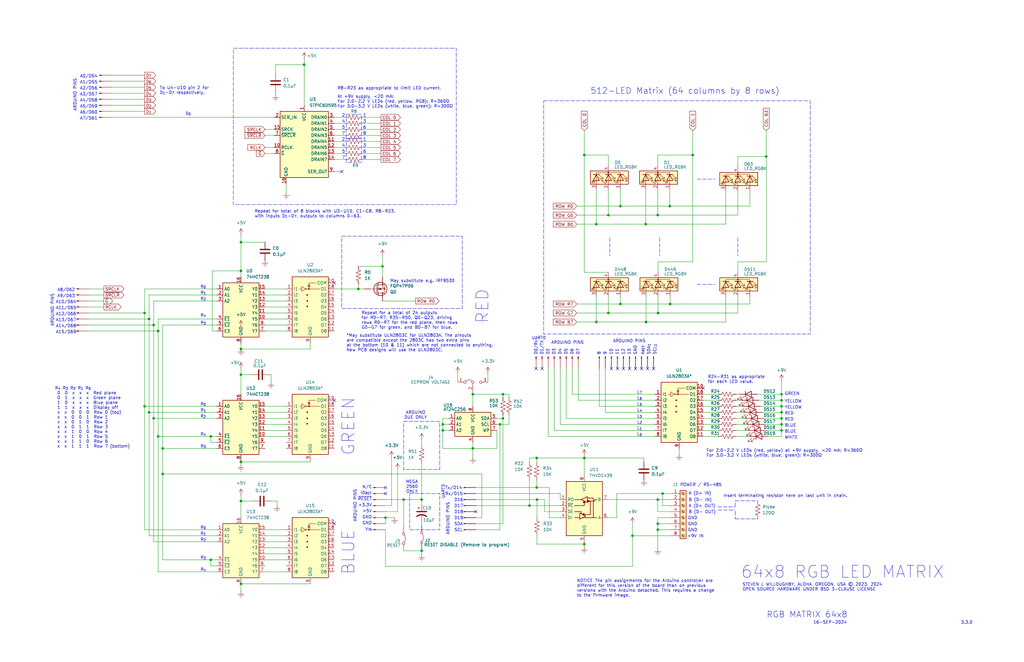
<source format=kicad_sch>
(kicad_sch (version 20231120) (generator "eeschema") (generator_version "8.0")
  (paper "USLedger")
  (junction (at 60.96 171.45))
  (junction (at 223.266 213.36))
  (junction (at 128.27 27.305))
  (junction (at 210.82 179.07))
  (junction (at 292.1 65.405))
  (junction (at 186.69 179.07))
  (junction (at 101.6 158.115))
  (junction (at 66.675 139.7))
  (junction (at 88.9 236.22))
  (junction (at 199.39 189.23))
  (junction (at 272.288 94.615))
  (junction (at 277.368 220.98))
  (junction (at 329.565 168.91))
  (junction (at 256.54 90.805))
  (junction (at 282.575 128.27))
  (junction (at 151.13 121.92))
  (junction (at 212.09 166.37))
  (junction (at 101.6 147.32))
  (junction (at 266.7 226.06))
  (junction (at 277.495 132.08))
  (junction (at 66.675 184.15))
  (junction (at 199.39 166.37))
  (junction (at 64.77 176.53))
  (junction (at 162.56 218.44))
  (junction (at 279.4 208.28))
  (junction (at 277.368 223.52))
  (junction (at 226.441 210.82))
  (junction (at 101.6 102.235))
  (junction (at 101.6 114.3))
  (junction (at 329.565 181.61))
  (junction (at 60.96 132.08))
  (junction (at 329.565 173.99))
  (junction (at 177.8 210.82))
  (junction (at 246.38 193.294))
  (junction (at 329.565 166.37))
  (junction (at 251.46 135.89))
  (junction (at 62.865 173.99))
  (junction (at 323.088 66.04))
  (junction (at 212.09 176.53))
  (junction (at 68.58 189.23))
  (junction (at 88.9 184.15))
  (junction (at 186.69 181.61))
  (junction (at 282.448 86.995))
  (junction (at 277.368 210.82))
  (junction (at 246.38 229.616))
  (junction (at 261.62 128.27))
  (junction (at 101.6 194.945))
  (junction (at 277.368 90.805))
  (junction (at 101.6 211.455))
  (junction (at 68.58 200.025))
  (junction (at 170.18 210.82))
  (junction (at 226.314 193.294))
  (junction (at 161.29 112.395))
  (junction (at 261.62 86.995))
  (junction (at 256.54 132.08))
  (junction (at 251.46 94.615))
  (junction (at 177.8 232.41))
  (junction (at 272.415 135.89))
  (junction (at 329.565 171.45))
  (junction (at 329.565 176.53))
  (junction (at 62.865 134.62))
  (junction (at 101.6 246.38))
  (junction (at 246.38 65.405))
  (junction (at 226.314 205.74))
  (junction (at 64.77 137.16))
  (junction (at 329.565 179.07))
  (no_connect (at 273.05 155.575))
  (no_connect (at 275.59 155.575))
  (no_connect (at 257.81 155.575))
  (no_connect (at 162.56 208.28))
  (no_connect (at 267.97 155.575))
  (no_connect (at 270.51 155.575))
  (no_connect (at 140.97 168.91))
  (no_connect (at 140.97 119.38))
  (no_connect (at 262.89 155.575))
  (no_connect (at 144.145 72.39))
  (no_connect (at 296.545 163.83))
  (no_connect (at 265.43 155.575))
  (no_connect (at 226.06 155.575))
  (no_connect (at 200.66 215.9))
  (no_connect (at 140.97 220.98))
  (no_connect (at 228.6 155.575))
  (no_connect (at 162.56 205.74))
  (no_connect (at 260.35 155.575))
  (wire (pts (xy 256.54 125.095) (xy 256.54 132.08)))
  (wire (pts (xy 111.76 121.92) (xy 120.65 121.92)))
  (wire (pts (xy 60.96 223.52) (xy 91.44 223.52)))
  (wire (pts (xy 229.616 215.9) (xy 236.22 215.9)))
  (wire (pts (xy 151.13 112.395) (xy 161.29 112.395)))
  (wire (pts (xy 199.39 189.23) (xy 199.39 193.04)))
  (wire (pts (xy 46.99 44.45) (xy 60.96 44.45)))
  (wire (pts (xy 272.415 125.095) (xy 272.415 135.89)))
  (wire (pts (xy 186.69 181.61) (xy 186.69 189.23)))
  (wire (pts (xy 272.415 135.89) (xy 306.07 135.89)))
  (wire (pts (xy 306.07 94.615) (xy 306.07 80.645)))
  (wire (pts (xy 66.675 139.7) (xy 66.675 184.15)))
  (wire (pts (xy 236.22 208.28) (xy 236.22 210.82)))
  (wire (pts (xy 153.035 52.07) (xy 160.655 52.07)))
  (wire (pts (xy 153.035 59.69) (xy 160.655 59.69)))
  (wire (pts (xy 310.515 181.61) (xy 315.595 181.61)))
  (polyline (pts (xy 310.007 213.868) (xy 310.007 211.328)) (stroke (width 0) (type dash)))
  (wire (pts (xy 130.81 144.78) (xy 130.81 147.32)))
  (wire (pts (xy 243.205 86.995) (xy 261.62 86.995)))
  (wire (pts (xy 223.266 202.565) (xy 223.266 213.36)))
  (wire (pts (xy 277.495 110.49) (xy 277.495 114.935)))
  (wire (pts (xy 261.62 86.995) (xy 261.62 80.01)))
  (wire (pts (xy 91.44 241.3) (xy 66.675 241.3)))
  (wire (pts (xy 88.9 184.15) (xy 91.44 184.15)))
  (wire (pts (xy 68.58 137.16) (xy 68.58 189.23)))
  (wire (pts (xy 91.44 186.69) (xy 88.9 186.69)))
  (wire (pts (xy 296.545 168.91) (xy 302.895 168.91)))
  (wire (pts (xy 231.14 155.575) (xy 231.14 184.15)))
  (wire (pts (xy 111.76 64.77) (xy 115.57 64.77)))
  (wire (pts (xy 101.6 208.915) (xy 101.6 211.455)))
  (wire (pts (xy 276.225 181.61) (xy 233.68 181.61)))
  (wire (pts (xy 276.225 184.15) (xy 231.14 184.15)))
  (wire (pts (xy 111.76 134.62) (xy 120.65 134.62)))
  (wire (pts (xy 277.368 69.85) (xy 277.368 65.405)))
  (wire (pts (xy 101.6 114.3) (xy 101.6 116.84)))
  (wire (pts (xy 276.225 168.91) (xy 243.84 168.91)))
  (wire (pts (xy 62.865 134.62) (xy 62.865 173.99)))
  (wire (pts (xy 223.266 193.294) (xy 223.266 194.945)))
  (wire (pts (xy 226.314 202.692) (xy 226.314 205.74)))
  (wire (pts (xy 212.09 166.37) (xy 214.63 166.37)))
  (wire (pts (xy 311.15 110.49) (xy 323.215 110.49)))
  (wire (pts (xy 46.99 39.37) (xy 60.96 39.37)))
  (wire (pts (xy 62.865 134.62) (xy 62.865 124.46)))
  (wire (pts (xy 272.288 94.615) (xy 306.07 94.615)))
  (wire (pts (xy 140.97 121.92) (xy 151.13 121.92)))
  (wire (pts (xy 246.38 55.118) (xy 246.38 65.405)))
  (wire (pts (xy 246.38 114.935) (xy 256.54 114.935)))
  (wire (pts (xy 310.515 168.91) (xy 312.42 168.91)))
  (wire (pts (xy 111.76 62.23) (xy 115.57 62.23)))
  (wire (pts (xy 320.04 168.91) (xy 329.565 168.91)))
  (wire (pts (xy 68.58 200.025) (xy 203.2 200.025)))
  (wire (pts (xy 282.448 80.01) (xy 282.448 86.995)))
  (wire (pts (xy 88.9 236.22) (xy 68.58 236.22)))
  (wire (pts (xy 37.465 129.54) (xy 43.815 129.54)))
  (wire (pts (xy 68.58 189.23) (xy 68.58 200.025)))
  (wire (pts (xy 46.99 31.75) (xy 60.96 31.75)))
  (wire (pts (xy 243.205 135.89) (xy 251.46 135.89)))
  (wire (pts (xy 140.97 72.39) (xy 144.145 72.39)))
  (wire (pts (xy 186.69 176.53) (xy 186.69 179.07)))
  (wire (pts (xy 209.55 181.61) (xy 209.55 189.23)))
  (wire (pts (xy 116.84 213.36) (xy 116.84 211.455)))
  (wire (pts (xy 130.81 194.945) (xy 101.6 194.945)))
  (wire (pts (xy 323.215 66.04) (xy 323.215 110.49)))
  (wire (pts (xy 140.97 52.07) (xy 145.415 52.07)))
  (wire (pts (xy 111.76 228.6) (xy 120.65 228.6)))
  (wire (pts (xy 329.565 176.53) (xy 329.565 173.99)))
  (wire (pts (xy 209.55 189.23) (xy 199.39 189.23)))
  (wire (pts (xy 111.76 181.61) (xy 120.65 181.61)))
  (wire (pts (xy 116.84 211.455) (xy 114.3 211.455)))
  (wire (pts (xy 66.675 134.62) (xy 66.675 139.7)))
  (wire (pts (xy 310.515 166.37) (xy 311.785 166.37)))
  (wire (pts (xy 296.545 166.37) (xy 302.895 166.37)))
  (wire (pts (xy 199.39 165.1) (xy 199.39 166.37)))
  (wire (pts (xy 251.46 125.095) (xy 251.46 135.89)))
  (wire (pts (xy 151.13 120.015) (xy 151.13 121.92)))
  (polyline (pts (xy 278.13 100.33) (xy 278.13 107.95)) (stroke (width 0) (type dash)))
  (wire (pts (xy 282.956 218.44) (xy 277.368 218.44)))
  (wire (pts (xy 60.96 132.08) (xy 60.96 121.92)))
  (wire (pts (xy 214.63 179.07) (xy 210.82 179.07)))
  (wire (pts (xy 91.44 226.06) (xy 62.865 226.06)))
  (wire (pts (xy 170.18 210.82) (xy 170.18 222.25)))
  (wire (pts (xy 60.96 171.45) (xy 91.44 171.45)))
  (wire (pts (xy 226.441 226.06) (xy 226.441 229.616)))
  (wire (pts (xy 64.77 228.6) (xy 64.77 176.53)))
  (wire (pts (xy 111.76 176.53) (xy 120.65 176.53)))
  (wire (pts (xy 276.225 179.07) (xy 236.22 179.07)))
  (wire (pts (xy 111.76 179.07) (xy 120.65 179.07)))
  (wire (pts (xy 111.76 231.14) (xy 120.65 231.14)))
  (wire (pts (xy 323.215 66.04) (xy 323.088 66.04)))
  (wire (pts (xy 111.76 173.99) (xy 120.65 173.99)))
  (wire (pts (xy 186.69 189.23) (xy 199.39 189.23)))
  (wire (pts (xy 101.6 102.235) (xy 111.76 102.235)))
  (wire (pts (xy 66.675 184.15) (xy 66.675 241.3)))
  (wire (pts (xy 233.68 181.61) (xy 233.68 155.575)))
  (wire (pts (xy 323.215 181.61) (xy 329.565 181.61)))
  (wire (pts (xy 296.545 176.53) (xy 302.895 176.53)))
  (wire (pts (xy 116.205 38.735) (xy 116.205 40.005)))
  (wire (pts (xy 277.368 220.98) (xy 277.368 223.52)))
  (wire (pts (xy 212.09 176.53) (xy 209.55 176.53)))
  (wire (pts (xy 37.465 134.62) (xy 62.865 134.62)))
  (polyline (pts (xy 294.005 120.015) (xy 301.625 120.015)) (stroke (width 0) (type dash)))
  (wire (pts (xy 162.56 213.36) (xy 165.1 213.36)))
  (wire (pts (xy 165.1 213.36) (xy 165.1 193.04)))
  (wire (pts (xy 214.63 175.26) (xy 214.63 179.07)))
  (wire (pts (xy 162.56 218.44) (xy 162.56 220.98)))
  (wire (pts (xy 310.515 179.07) (xy 314.96 179.07)))
  (wire (pts (xy 271.526 193.294) (xy 271.526 194.945)))
  (polyline (pts (xy 257.175 100.33) (xy 257.175 107.95)) (stroke (width 0) (type dash)))
  (wire (pts (xy 329.565 173.99) (xy 329.565 171.45)))
  (wire (pts (xy 261.62 125.095) (xy 261.62 128.27)))
  (wire (pts (xy 140.97 49.53) (xy 145.415 49.53)))
  (wire (pts (xy 311.15 110.49) (xy 311.15 114.935)))
  (polyline (pts (xy 310.007 218.948) (xy 319.532 218.948)) (stroke (width 0) (type dash)))
  (wire (pts (xy 243.205 90.805) (xy 256.54 90.805)))
  (polyline (pts (xy 310.007 215.773) (xy 310.007 218.948)) (stroke (width 0) (type dash)))
  (wire (pts (xy 62.865 124.46) (xy 91.44 124.46)))
  (wire (pts (xy 37.465 137.16) (xy 64.77 137.16)))
  (wire (pts (xy 282.956 213.36) (xy 279.4 213.36)))
  (wire (pts (xy 200.66 205.74) (xy 226.314 205.74)))
  (wire (pts (xy 140.97 64.77) (xy 145.415 64.77)))
  (wire (pts (xy 276.225 173.99) (xy 255.27 173.99)))
  (wire (pts (xy 116.205 31.115) (xy 116.205 27.305)))
  (polyline (pts (xy 311.15 100.33) (xy 311.15 107.95)) (stroke (width 0) (type dash)))
  (wire (pts (xy 255.27 173.99) (xy 255.27 155.575)))
  (wire (pts (xy 226.314 205.74) (xy 231.648 205.74)))
  (wire (pts (xy 101.6 194.945) (xy 101.6 196.215)))
  (wire (pts (xy 246.38 229.616) (xy 246.38 228.6)))
  (wire (pts (xy 46.99 46.99) (xy 60.96 46.99)))
  (wire (pts (xy 200.66 220.98) (xy 212.09 220.98)))
  (wire (pts (xy 111.76 171.45) (xy 120.65 171.45)))
  (wire (pts (xy 316.23 128.27) (xy 316.23 125.095)))
  (wire (pts (xy 101.6 211.455) (xy 106.68 211.455)))
  (wire (pts (xy 111.76 129.54) (xy 120.65 129.54)))
  (wire (pts (xy 251.46 135.89) (xy 272.415 135.89)))
  (wire (pts (xy 210.82 179.07) (xy 210.82 223.52)))
  (wire (pts (xy 241.3 166.37) (xy 241.3 155.575)))
  (wire (pts (xy 306.07 135.89) (xy 306.07 125.095)))
  (wire (pts (xy 277.368 80.01) (xy 277.368 90.805)))
  (wire (pts (xy 282.575 125.095) (xy 282.575 128.27)))
  (wire (pts (xy 68.58 189.23) (xy 91.44 189.23)))
  (wire (pts (xy 111.76 127) (xy 120.65 127)))
  (wire (pts (xy 246.38 192.278) (xy 246.38 193.294)))
  (wire (pts (xy 231.648 205.74) (xy 231.648 218.44)))
  (wire (pts (xy 140.97 57.15) (xy 145.415 57.15)))
  (wire (pts (xy 120.65 77.47) (xy 120.65 81.28)))
  (wire (pts (xy 68.58 236.22) (xy 68.58 200.025)))
  (wire (pts (xy 246.38 193.294) (xy 246.38 200.66)))
  (wire (pts (xy 200.66 218.44) (xy 203.2 218.44)))
  (wire (pts (xy 200.66 213.36) (xy 223.266 213.36)))
  (wire (pts (xy 91.44 236.22) (xy 88.9 236.22)))
  (wire (pts (xy 46.99 36.83) (xy 60.96 36.83)))
  (wire (pts (xy 89.535 114.3) (xy 101.6 114.3)))
  (wire (pts (xy 260.096 208.28) (xy 260.096 218.44)))
  (wire (pts (xy 266.7 226.06) (xy 266.7 239.014)))
  (wire (pts (xy 62.865 173.99) (xy 91.44 173.99)))
  (wire (pts (xy 260.096 218.44) (xy 256.54 218.44)))
  (wire (pts (xy 282.575 128.27) (xy 316.23 128.27)))
  (wire (pts (xy 310.515 184.15) (xy 316.23 184.15)))
  (wire (pts (xy 153.035 64.77) (xy 160.655 64.77)))
  (wire (pts (xy 177.8 220.472) (xy 177.8 221.742)))
  (wire (pts (xy 292.1 65.405) (xy 292.1 110.49)))
  (wire (pts (xy 88.9 186.69) (xy 88.9 184.15)))
  (polyline (pts (xy 294.005 75.565) (xy 301.625 75.565)) (stroke (width 0) (type dash)))
  (wire (pts (xy 170.18 232.41) (xy 177.8 232.41)))
  (wire (pts (xy 311.15 132.08) (xy 311.15 125.095)))
  (wire (pts (xy 323.85 184.15) (xy 329.565 184.15)))
  (wire (pts (xy 203.2 218.44) (xy 203.2 200.025)))
  (wire (pts (xy 311.15 70.485) (xy 311.15 66.04)))
  (wire (pts (xy 205.74 157.48) (xy 205.74 161.29)))
  (wire (pts (xy 111.76 236.22) (xy 120.65 236.22)))
  (wire (pts (xy 214.63 166.37) (xy 214.63 167.64)))
  (wire (pts (xy 106.045 158.115) (xy 101.6 158.115)))
  (wire (pts (xy 199.39 186.69) (xy 199.39 189.23)))
  (wire (pts (xy 266.7 226.06) (xy 282.956 226.06)))
  (wire (pts (xy 89.535 139.7) (xy 89.535 114.3)))
  (wire (pts (xy 200.66 208.28) (xy 236.22 208.28)))
  (wire (pts (xy 261.62 86.995) (xy 282.448 86.995)))
  (wire (pts (xy 310.515 176.53) (xy 314.325 176.53)))
  (wire (pts (xy 37.465 132.08) (xy 60.96 132.08)))
  (wire (pts (xy 210.82 223.52) (xy 200.66 223.52)))
  (wire (pts (xy 161.29 112.395) (xy 161.29 116.84)))
  (wire (pts (xy 111.76 184.15) (xy 120.65 184.15)))
  (wire (pts (xy 101.6 155.575) (xy 101.6 158.115)))
  (wire (pts (xy 329.565 171.45) (xy 329.565 168.91)))
  (wire (pts (xy 101.6 147.32) (xy 130.81 147.32)))
  (wire (pts (xy 286.385 189.23) (xy 286.385 191.77)))
  (wire (pts (xy 101.6 144.78) (xy 101.6 147.32)))
  (wire (pts (xy 296.545 179.07) (xy 302.895 179.07)))
  (wire (pts (xy 101.6 246.38) (xy 130.81 246.38)))
  (wire (pts (xy 140.97 62.23) (xy 145.415 62.23)))
  (wire (pts (xy 279.4 213.36) (xy 279.4 208.28)))
  (wire (pts (xy 277.368 65.405) (xy 292.1 65.405)))
  (wire (pts (xy 111.76 124.46) (xy 120.65 124.46)))
  (wire (pts (xy 199.39 166.37) (xy 212.09 166.37)))
  (wire (pts (xy 296.545 171.45) (xy 302.895 171.45)))
  (wire (pts (xy 37.465 124.46) (xy 43.815 124.46)))
  (wire (pts (xy 111.76 233.68) (xy 120.65 233.68)))
  (wire (pts (xy 111.76 132.08) (xy 120.65 132.08)))
  (wire (pts (xy 319.405 166.37) (xy 329.565 166.37)))
  (wire (pts (xy 177.8 185.42) (xy 177.8 187.96)))
  (wire (pts (xy 321.31 173.99) (xy 329.565 173.99)))
  (wire (pts (xy 246.38 229.616) (xy 246.38 230.886)))
  (wire (pts (xy 272.288 80.01) (xy 272.288 94.615)))
  (wire (pts (xy 243.205 94.615) (xy 251.46 94.615)))
  (wire (pts (xy 321.945 176.53) (xy 329.565 176.53)))
  (wire (pts (xy 261.62 128.27) (xy 282.575 128.27)))
  (wire (pts (xy 277.368 210.82) (xy 256.54 210.82)))
  (wire (pts (xy 64.77 176.53) (xy 91.44 176.53)))
  (wire (pts (xy 153.035 67.31) (xy 160.655 67.31)))
  (wire (pts (xy 209.55 179.07) (xy 210.82 179.07)))
  (wire (pts (xy 329.565 184.15) (xy 329.565 181.61)))
  (wire (pts (xy 251.46 94.615) (xy 272.288 94.615)))
  (wire (pts (xy 162.56 223.52) (xy 162.56 239.014)))
  (wire (pts (xy 276.225 171.45) (xy 252.73 171.45)))
  (polyline (pts (xy 302.768 215.265) (xy 310.007 215.265)) (stroke (width 0) (type dash)))
  (wire (pts (xy 189.23 176.53) (xy 186.69 176.53)))
  (wire (pts (xy 111.76 241.3) (xy 120.65 241.3)))
  (wire (pts (xy 114.3 158.115) (xy 113.665 158.115)))
  (wire (pts (xy 46.99 49.53) (xy 115.57 49.53)))
  (wire (pts (xy 60.96 171.45) (xy 60.96 223.52)))
  (wire (pts (xy 296.545 181.61) (xy 302.895 181.61)))
  (wire (pts (xy 310.515 173.99) (xy 313.69 173.99)))
  (wire (pts (xy 277.368 220.98) (xy 282.956 220.98)))
  (wire (pts (xy 162.56 210.82) (xy 170.18 210.82)))
  (wire (pts (xy 140.97 67.31) (xy 145.415 67.31)))
  (wire (pts (xy 322.58 179.07) (xy 329.565 179.07)))
  (wire (pts (xy 140.97 54.61) (xy 145.415 54.61)))
  (wire (pts (xy 60.96 132.08) (xy 60.96 171.45)))
  (wire (pts (xy 153.035 54.61) (xy 160.655 54.61)))
  (wire (pts (xy 101.6 194.31) (xy 101.6 194.945)))
  (wire (pts (xy 226.441 210.82) (xy 226.441 218.44)))
  (wire (pts (xy 311.15 90.805) (xy 311.15 80.645)))
  (wire (pts (xy 128.27 27.305) (xy 128.27 44.45)))
  (polyline (pts (xy 302.641 213.868) (xy 309.88 213.868)) (stroke (width 0) (type dash)))
  (wire (pts (xy 266.7 220.98) (xy 266.7 226.06)))
  (wire (pts (xy 282.956 210.82) (xy 277.368 210.82)))
  (wire (pts (xy 111.76 226.06) (xy 120.65 226.06)))
  (wire (pts (xy 282.956 208.28) (xy 279.4 208.28)))
  (wire (pts (xy 101.6 211.455) (xy 101.6 218.44)))
  (wire (pts (xy 320.675 171.45) (xy 329.565 171.45)))
  (wire (pts (xy 64.77 137.16) (xy 64.77 127)))
  (wire (pts (xy 64.77 127) (xy 91.44 127)))
  (wire (pts (xy 226.441 229.616) (xy 246.38 229.616)))
  (wire (pts (xy 329.565 168.91) (xy 329.565 166.37)))
  (wire (pts (xy 161.29 107.95) (xy 161.29 112.395)))
  (wire (pts (xy 60.96 121.92) (xy 91.44 121.92)))
  (wire (pts (xy 151.13 121.92) (xy 153.67 121.92)))
  (wire (pts (xy 186.69 181.61) (xy 189.23 181.61)))
  (wire (pts (xy 246.38 65.405) (xy 256.54 65.405)))
  (wire (pts (xy 277.368 90.805) (xy 311.15 90.805)))
  (wire (pts (xy 310.515 171.45) (xy 313.055 171.45)))
  (wire (pts (xy 111.76 137.16) (xy 120.65 137.16)))
  (wire (pts (xy 329.565 181.61) (xy 329.565 179.07)))
  (wire (pts (xy 161.29 127) (xy 175.26 127)))
  (wire (pts (xy 212.09 167.64) (xy 212.09 166.37)))
  (wire (pts (xy 256.54 132.08) (xy 277.495 132.08)))
  (wire (pts (xy 212.09 175.26) (xy 212.09 176.53)))
  (wire (pts (xy 223.266 213.36) (xy 236.22 213.36)))
  (wire (pts (xy 292.1 55.118) (xy 292.1 65.405)))
  (wire (pts (xy 111.76 223.52) (xy 120.65 223.52)))
  (wire (pts (xy 91.44 228.6) (xy 64.77 228.6)))
  (wire (pts (xy 329.565 179.07) (xy 329.565 176.53)))
  (wire (pts (xy 252.73 171.45) (xy 252.73 155.575)))
  (wire (pts (xy 116.205 27.305) (xy 128.27 27.305)))
  (wire (pts (xy 170.18 210.82) (xy 177.8 210.82)))
  (wire (pts (xy 177.8 231.902) (xy 177.8 232.41)))
  (wire (pts (xy 101.6 102.235) (xy 101.6 114.3)))
  (wire (pts (xy 46.99 41.91) (xy 60.96 41.91)))
  (wire (pts (xy 256.54 80.01) (xy 256.54 90.805)))
  (wire (pts (xy 311.15 66.04) (xy 323.088 66.04)))
  (polyline (pts (xy 310.007 211.328) (xy 319.532 211.328)) (stroke (width 0) (type dash)))
  (wire (pts (xy 46.99 34.29) (xy 60.96 34.29)))
  (wire (pts (xy 282.956 215.9) (xy 277.368 215.9)))
  (wire (pts (xy 212.09 220.98) (xy 212.09 176.53)))
  (wire (pts (xy 91.44 139.7) (xy 89.535 139.7)))
  (wire (pts (xy 153.035 49.53) (xy 160.655 49.53)))
  (wire (pts (xy 296.545 173.99) (xy 302.895 173.99)))
  (wire (pts (xy 282.448 86.995) (xy 316.23 86.995)))
  (wire (pts (xy 186.69 179.07) (xy 189.23 179.07)))
  (wire (pts (xy 292.1 110.49) (xy 277.495 110.49)))
  (wire (pts (xy 111.76 139.7) (xy 120.65 139.7)))
  (wire (pts (xy 279.4 208.28) (xy 260.096 208.28)))
  (wire (pts (xy 277.368 218.44) (xy 277.368 220.98)))
  (wire (pts (xy 256.54 90.805) (xy 277.368 90.805)))
  (wire (pts (xy 193.04 157.48) (xy 193.04 161.29)))
  (wire (pts (xy 68.58 137.16) (xy 91.44 137.16)))
  (wire (pts (xy 37.465 127) (xy 43.815 127)))
  (wire (pts (xy 276.225 166.37) (xy 241.3 166.37)))
  (wire (pts (xy 162.56 215.9) (xy 167.64 215.9)))
  (wire (pts (xy 88.9 238.76) (xy 88.9 236.22)))
  (wire (pts (xy 243.205 128.27) (xy 261.62 128.27)))
  (wire (pts (xy 37.465 139.7) (xy 66.675 139.7)))
  (wire (pts (xy 177.8 232.41) (xy 177.8 234.188)))
  (wire (pts (xy 296.545 184.15) (xy 302.895 184.15)))
  (wire (pts (xy 153.035 62.23) (xy 160.655 62.23)))
  (wire (pts (xy 186.69 179.07) (xy 186.69 181.61)))
  (wire (pts (xy 223.266 193.294) (xy 226.314 193.294)))
  (wire (pts (xy 64.77 137.16) (xy 64.77 176.53)))
  (wire (pts (xy 66.675 184.15) (xy 88.9 184.15)))
  (wire (pts (xy 91.44 238.76) (xy 88.9 238.76)))
  (wire (pts (xy 199.39 166.37) (xy 199.39 171.45)))
  (wire (pts (xy 231.648 218.44) (xy 236.22 218.44)))
  (wire (pts (xy 226.314 193.294) (xy 246.38 193.294)))
  (wire (pts (xy 140.97 59.69) (xy 145.415 59.69)))
  (wire (pts (xy 329.565 166.37) (xy 329.565 160.655)))
  (wire (pts (xy 251.46 80.01) (xy 251.46 94.615)))
  (wire (pts (xy 277.368 210.82) (xy 277.368 215.9)))
  (wire (pts (xy 277.368 223.52) (xy 282.956 223.52)))
  (wire (pts (xy 246.38 65.405) (xy 246.38 114.935)))
  (wire (pts (xy 243.205 132.08) (xy 256.54 132.08)))
  (wire (pts (xy 226.441 210.82) (xy 229.616 210.82)))
  (wire (pts (xy 162.56 218.44) (xy 166.37 218.44)))
  (wire (pts (xy 277.495 132.08) (xy 311.15 132.08)))
  (wire (pts (xy 153.035 57.15) (xy 160.655 57.15)))
  (wire (pts (xy 114.3 161.29) (xy 114.3 158.115)))
  (wire (pts (xy 177.8 210.82) (xy 177.8 212.852)))
  (wire (pts (xy 128.27 24.765) (xy 128.27 27.305)))
  (wire (pts (xy 162.56 239.014) (xy 266.7 239.014)))
  (wire (pts (xy 238.76 176.53) (xy 238.76 155.575)))
  (wire (pts (xy 243.84 168.91) (xy 243.84 155.575)))
  (wire (pts (xy 101.6 158.115) (xy 101.6 166.37)))
  (wire (pts (xy 277.495 125.095) (xy 277.495 132.08)))
  (wire (pts (xy 130.81 194.31) (xy 130.81 194.945)))
  (wire (pts (xy 277.368 223.52) (xy 277.368 231.648)))
  (wire (pts (xy 101.6 246.38) (xy 101.6 249.555)))
  (wire (pts (xy 37.465 121.92) (xy 43.815 121.92)))
  (wire (pts (xy 101.6 99.06) (xy 101.6 102.235)))
  (wire (pts (xy 236.22 179.07) (xy 236.22 155.575)))
  (wire (pts (xy 111.76 54.61) (xy 115.57 54.61)))
  (wire (pts (xy 66.675 134.62) (xy 91.44 134.62)))
  (wire (pts (xy 111.76 57.15) (xy 115.57 57.15)))
  (wire (pts (xy 256.54 69.85) (xy 256.54 65.405)))
  (wire (pts (xy 167.64 215.9) (xy 167.64 198.12)))
  (wire (pts (xy 62.865 173.99) (xy 62.865 226.06)))
  (wire (pts (xy 316.23 80.645) (xy 316.23 86.995)))
  (wire (pts (xy 323.088 55.118) (xy 323.088 66.04)))
  (wire (pts (xy 229.616 210.82) (xy 229.616 215.9)))
  (wire (pts (xy 226.314 193.294) (xy 226.314 195.072)))
  (wire (pts (xy 200.66 210.82) (xy 226.441 210.82)))
  (wire (pts (xy 177.8 195.58) (xy 177.8 210.82)))
  (wire (pts (xy 246.38 193.294) (xy 271.526 193.294)))
  (wire (pts (xy 276.225 176.53) (xy 238.76 176.53)))
  (rectangle (start 229.235 42.545) (end 341.63 140.97) (stroke (width 0) (type dash)))
  (rectangle (start 170.18 177.8) (end 185.42 198.12) (stroke (width 0) (type dash)))
  (rectangle (start 98.425 20.32) (end 192.405 86.36) (stroke (width 0) (type dash)))
  (rectangle (start 146.05 48.26) (end 152.4 58.42) (stroke (width 0) (type dash)))
  (rectangle (start 172.72 208.28) (end 185.42 223.52) (stroke (width 0) (type dash)))
  (rectangle (start 146.05 58.42) (end 152.4 68.58) (stroke (width 0) (type dash)))
  (rectangle (start 144.145 99.695) (end 194.945 130.175) (stroke (width 0) (type dash)))
  (text "R_{3}" (at 84.455 236.22 0) (effects (font (size 1.27 1.27)) (justify left bottom)))
  (text "B (D- OUT)" (at 290.322 216.916 0) (effects (font (size 1.27 1.27)) (justify left bottom)))
  (text "R_{1}" (at 84.455 226.06 0) (effects (font (size 1.27 1.27)) (justify left bottom)))
  (text "A0/D54" (at 33.655 33.02 0) (effects (font (size 1.27 1.27)) (justify left bottom)))
  (text "4" (at 144.145 62.23 0) (effects (font (size 1.27 1.27)) (justify left bottom)))
  (text "GREEN" (at 330.835 167.005 0) (effects (font (size 1.27 1.27)) (justify left bottom)))
  (text "For 2.0-2.2 V LEDs (red, yellow) at +9V supply, <20 mA: R=360Ω\nFor 3.0-3.2 V LEDs (white, blue, green): R=300Ω" (at 297.815 193.04 0) (effects (font (size 1.27 1.27)) (justify left bottom)))
  (text "R_{2}" (at 84.455 127 0) (effects (font (size 1.27 1.27)) (justify left bottom)))
  (text "BLUE" (at 330.835 180.34 0) (effects (font (size 1.27 1.27)) (justify left bottom)))
  (text "NOTICE The pin assignments for the Arduino controller are\ndifferent for this version of the board than on previous\nversions with the Arduino detached. This requires a change\nto the firmware image." (at 243.205 252.095 0) (effects (font (size 1.27 1.27)) (justify left bottom)))
  (text "16-SEP-2024" (at 342.9 263.525 0) (effects (font (size 1.27 1.27)) (justify left bottom)))
  (text "4" (at 144.145 52.07 0) (effects (font (size 1.27 1.27)) (justify left bottom)))
  (text "+5V" (at 156.845 216.535 0) (effects (font (size 1.27 1.27)) (justify right bottom)))
  (text "ARDUINO PINS" (at 189.611 225.806 90) (effects (font (size 1.27 1.27)) (justify left bottom)))
  (text "ARDUINO\nDUE ONLY" (at 175.26 175.26 0) (effects (font (size 1.27 1.27))))
  (text "A10/D64" (at 23.495 128.27 0) (effects (font (size 1.27 1.27)) (justify left bottom)))
  (text "RED" (at 330.835 177.8 0) (effects (font (size 1.27 1.27)) (justify left bottom)))
  (text "A13/D67" (at 23.495 135.89 0) (effects (font (size 1.27 1.27)) (justify left bottom)))
  (text "To U4-U10 pin 2 for\nD_{1}-D_{7} respectively." (at 67.31 40.005 0) (effects (font (size 1.27 1.27)) (justify left bottom)))
  (text "GND" (at 156.845 221.615 0) (effects (font (size 1.27 1.27)) (justify right bottom)))
  (text "RED" (at 330.835 175.26 0) (effects (font (size 1.27 1.27)) (justify left bottom)))
  (text "5" (at 144.145 54.61 0) (effects (font (size 1.27 1.27)) (justify left bottom)))
  (text "POWER / RS-485" (at 286.766 205.486 0) (effects (font (size 1.27 1.27)) (justify left bottom)))
  (text "ARDUINO PINS" (at 22.86 137.795 90) (effects (font (size 1.27 1.27)) (justify left bottom)))
  (text "UART0" (at 224.155 143.51 0) (effects (font (size 1.27 1.27)) (justify left bottom)))
  (text "R_{4} R_{3} R_{2} R_{1} R_{0}\n 0  0  x  x  x  Red plane\n 0  1  x  x  x  Green plane\n 1  0  x  x  x  Blue plane\n 1  1  x  x  x  Display off\n x  x  0  0  0  Row 0 (top)\n x  x  0  0  1  Row 1\n x  x  0  1  0  Row 2\n x  x  0  1  1  Row 3\n x  x  1  0  0  Row 4\n x  x  1  0  1  Row 5\n x  x  1  1  0  Row 6\n x  x  1  1  1  Row 7 (bottom)" (at 23.114 189.23 0) (effects (font (size 1.27 1.27)) (justify left bottom)))
  (text "SDA" (at 191.516 221.996 0) (effects (font (size 1.27 1.27)) (justify left bottom)))
  (text "13" (at 266.065 149.86 90) (effects (font (size 1.27 1.27)) (justify left bottom)))
  (text "6" (at 153.035 54.61 0) (effects (font (size 1.27 1.27)) (justify left bottom)))
  (text "Repeat for total of 8 blocks with U3-U10, C1-C8, R8-R23, \nwith inputs D_{1}-D_{7}, outputs to columns 0-63." (at 107.315 92.075 0) (effects (font (size 1.27 1.27)) (justify left bottom)))
  (text "A3/D57" (at 33.655 40.64 0) (effects (font (size 1.27 1.27)) (justify left bottom)))
  (text "YELLOW" (at 330.835 170.18 0) (effects (font (size 1.27 1.27)) (justify left bottom)))
  (text "GND" (at 268.605 149.86 90) (effects (font (size 1.27 1.27)) (justify left bottom)))
  (text "RGB MATRIX 64x8" (at 323.215 260.985 0) (effects (font (size 2.54 2.54)) (justify left bottom)))
  (text "*May substitute ULN2803C for ULN2803A. The pinouts\nare compatible except the 2803C has two extra pins\nat the bottom (10 & 11) which are not connected to anything.\nNew PCB designs will use the ULN2803C." (at 146.05 148.59 0) (effects (font (size 1.27 1.27)) (justify left bottom)))
  (text "A9/D63" (at 24.13 125.73 0) (effects (font (size 1.27 1.27)) (justify left bottom)))
  (text "ARDUINO PINS" (at 32.385 46.99 90) (effects (font (size 1.27 1.27)) (justify left bottom)))
  (text "D7" (at 244.475 149.86 90) (effects (font (size 1.27 1.27)) (justify left bottom)))
  (text "A14/D68" (at 23.495 138.43 0) (effects (font (size 1.27 1.27)) (justify left bottom)))
  (text "SCL" (at 191.516 224.536 0) (effects (font (size 1.27 1.27)) (justify left bottom)))
  (text "7" (at 144.145 67.31 0) (effects (font (size 1.27 1.27)) (justify left bottom)))
  (text "3.3.0" (at 405.13 263.525 0) (effects (font (size 1.27 1.27)) (justify left bottom)))
  (text "512-LED Matrix (64 columns by 8 rows)" (at 248.92 40.005 0) (effects (font (size 2.54 2.54)) (justify left bottom)))
  (text "R_{4}" (at 84.455 184.15 0) (effects (font (size 1.27 1.27)) (justify left bottom)))
  (text "8" (at 253.365 149.86 90) (effects (font (size 1.27 1.27)) (justify left bottom)))
  (text "BLUE" (at 330.835 182.88 0) (effects (font (size 1.27 1.27)) (justify left bottom)))
  (text "A7/D61" (at 33.655 50.8 0) (effects (font (size 1.27 1.27)) (justify left bottom)))
  (text "L_{2}" (at 268.605 179.07 0) (effects (font (size 1.27 1.27)) (justify left bottom)))
  (text "12" (at 263.525 149.86 90) (effects (font (size 1.27 1.27)) (justify left bottom)))
  (text "6" (at 153.035 64.77 0) (effects (font (size 1.27 1.27)) (justify left bottom)))
  (text "R_{0}" (at 84.455 171.45 0) (effects (font (size 1.27 1.27)) (justify left bottom)))
  (text "5" (at 144.145 64.77 0) (effects (font (size 1.27 1.27)) (justify left bottom)))
  (text "GND" (at 290.068 221.996 0) (effects (font (size 1.27 1.27)) (justify left bottom)))
  (text "D18" (at 191.516 216.916 0) (effects (font (size 1.27 1.27)) (justify left bottom)))
  (text "A8/D62" (at 24.13 123.19 0) (effects (font (size 1.27 1.27)) (justify left bottom)))
  (text "9" (at 255.905 149.86 90) (effects (font (size 1.27 1.27)) (justify left bottom)))
  (text "A_{REF}" (at 271.78 149.86 90) (effects (font (size 1.27 1.27)) (justify left bottom)))
  (text "L_{5}" (at 268.605 171.45 0) (effects (font (size 1.27 1.27)) (justify left bottom)))
  (text "GND" (at 290.068 219.456 0) (effects (font (size 1.27 1.27)) (justify left bottom)))
  (text "Repeat for a total of 24 outputs\nfor R0-R7, R35-R50, Q0-Q23, driving\nrows R0-R7 for the red plane, then rows\nG0-G7 for green, and B0-B7 for blue." (at 152.4 139.065 0) (effects (font (size 1.27 1.27)) (justify left bottom)))
  (text "STEVEN L WILLOUGHBY, ALOHA, OREGON, USA © 2023, 2024\nOPEN SOURCE HARDWARE UNDER BSD 3-CLAUSE LICENSE" (at 313.055 249.555 0) (effects (font (size 1.27 1.27)) (justify left bottom)))
  (text "MEGA\n2560\nONLY" (at 173.736 205.486 0) (effects (font (size 1.27 1.27))))
  (text "A11/D65" (at 23.495 130.81 0) (effects (font (size 1.27 1.27)) (justify left bottom)))
  (text "D1/TX" (at 229.235 149.86 90) (effects (font (size 1.27 1.27)) (justify left bottom)))
  (text "WHITE" (at 330.835 185.42 0) (effects (font (size 1.27 1.27)) (justify left bottom)))
  (text "A (D+ OUT)" (at 290.322 214.376 0) (effects (font (size 1.27 1.27)) (justify left bottom)))
  (text "8" (at 153.035 57.15 0) (effects (font (size 1.27 1.27)) (justify left bottom)))
  (text "R_{0}" (at 84.455 121.92 0) (effects (font (size 1.27 1.27)) (justify left bottom)))
  (text "3" (at 153.035 62.23 0) (effects (font (size 1.27 1.27)) (justify left bottom)))
  (text "Tx/D14" (at 187.706 206.756 0) (effects (font (size 1.27 1.27)) (justify left bottom)))
  (text "D0/Rx" (at 226.695 149.86 90) (effects (font (size 1.27 1.27)) (justify left bottom)))
  (text "R24-R31 as appropriate\nfor each LED value." (at 298.45 161.925 0) (effects (font (size 1.27 1.27)) (justify left bottom)))
  (text "B (D- IN)" (at 290.322 211.836 0) (effects (font (size 1.27 1.27)) (justify left bottom)))
  (text "BLUE" (at 149.86 223.52 90) (effects (font (size 5.08 5.08)) (justify right bottom)))
  (text "R_{1}" (at 84.455 173.99 0) (effects (font (size 1.27 1.27)) (justify left bottom)))
  (text "2" (at 144.145 59.69 0) (effects (font (size 1.27 1.27)) (justify left bottom)))
  (text "L_{6}" (at 268.605 168.91 0) (effects (font (size 1.27 1.27)) (justify left bottom)))
  (text "L_{3}" (at 268.605 176.53 0) (effects (font (size 1.27 1.27)) (justify left bottom)))
  (text "May substitute e.g. IRF9530" (at 164.465 119.38 0) (effects (font (size 1.27 1.27)) (justify left bottom)))
  (text "L_{4}" (at 268.605 173.99 0) (effects (font (size 1.27 1.27)) (justify left bottom)))
  (text "R_{3}" (at 84.455 137.16 0) (effects (font (size 1.27 1.27)) (justify left bottom)))
  (text "SCL_{1}" (at 276.86 149.86 90) (effects (font (size 1.27 1.27)) (justify left bottom)))
  (text "GND" (at 290.068 224.536 0) (effects (font (size 1.27 1.27)) (justify left bottom)))
  (text "1" (at 153.035 49.53 0) (effects (font (size 1.27 1.27)) (justify left bottom)))
  (text "~{RESET}" (at 156.845 211.455 0) (effects (font (size 1.27 1.27)) (justify right bottom)))
  (text "R8-R23 as appropriate to limit LED current." (at 186.055 38.1 0) (effects (font (size 1.27 1.27)) (justify right bottom)))
  (text "3" (at 153.035 52.07 0) (effects (font (size 1.27 1.27)) (justify left bottom)))
  (text "N/C" (at 156.845 206.375 0) (effects (font (size 1.27 1.27)) (justify right bottom)))
  (text "D_{0}" (at 78.105 48.895 0) (effects (font (size 1.27 1.27)) (justify left bottom)))
  (text "D16" (at 191.516 211.836 0) (effects (font (size 1.27 1.27)) (justify left bottom)))
  (text "10" (at 258.445 149.86 90) (effects (font (size 1.27 1.27)) (justify left bottom)))
  (text "R_{2}" (at 84.455 228.6 0) (effects (font (size 1.27 1.27)) (justify left bottom)))
  (text "A (D+ IN)" (at 290.322 209.042 0) (effects (font (size 1.27 1.27)) (justify left bottom)))
  (text "ARDUINO PINS" (at 258.445 144.78 0) (effects (font (size 1.27 1.27)) (justify left bottom)))
  (text "Rx/D15" (at 187.706 209.296 0) (effects (font (size 1.27 1.27)) (justify left bottom)))
  (text "1" (at 153.035 59.69 0) (effects (font (size 1.27 1.27)) (justify left bottom)))
  (text "D19" (at 191.516 219.456 0) (effects (font (size 1.27 1.27)) (justify left bottom)))
  (text "+9V IN" (at 289.814 227.076 0) (effects (font (size 1.27 1.27)) (justify left bottom)))
  (text "L_{0}" (at 268.605 184.15 0) (effects (font (size 1.27 1.27)) (justify left bottom)))
  (text "D5" (at 239.395 149.86 90) (effects (font (size 1.27 1.27)) (justify left bottom)))
  (text "R_{1}" (at 84.455 124.46 0) (effects (font (size 1.27 1.27)) (justify left bottom)))
  (text "YELLOW" (at 330.835 172.72 0) (effects (font (size 1.27 1.27)) (justify left bottom)))
  (text "A5/D59" (at 33.655 45.72 0) (effects (font (size 1.27 1.27)) (justify left bottom)))
  (text "+3.3V" (at 156.845 213.995 0) (effects (font (size 1.27 1.27)) (justify right bottom)))
  (text "A12/D66" (at 23.495 133.35 0) (effects (font (size 1.27 1.27)) (justify left bottom)))
  (text "2" (at 144.145 49.53 0) (effects (font (size 1.27 1.27)) (justify left bottom)))
  (text "At +9V supply, <20 mA: \nFor 2.0-2.2 V LEDs (red, yellow, RGB): R=360Ω\nFor 3.0-3.2 V LEDs (white, blue, green): R=300Ω" (at 142.24 45.72 0) (effects (font (size 1.27 1.27)) (justify left bottom)))
  (text "IO_{REF}" (at 156.845 208.915 0) (effects (font (size 1.27 1.27)) (justify right bottom)))
  (text "L_{7}" (at 268.605 166.37 0) (effects (font (size 1.27 1.27)) (justify left bottom)))
  (text "D3" (at 234.315 149.86 90) (effects (font (size 1.27 1.27)) (justify left bottom)))
  (text "R_{4}" (at 84.455 133.985 0) (effects (font (size 1.27 1.27)) (justify left bottom)))
  (text "D6" (at 241.935 149.86 90) (effects (font (size 1.27 1.27)) (justify left bottom)))
  (text "L_{1}" (at 268.605 181.61 0) (effects (font (size 1.27 1.27)) (justify left bottom)))
  (text "GND" (at 156.845 219.075 0) (effects (font (size 1.27 1.27)) (justify right bottom)))
  (text "A1/D55" (at 33.655 35.56 0) (effects (font (size 1.27 1.27)) (justify left bottom)))
  (text "64x8 RGB LED MATRIX" (at 312.42 244.475 0) (effects (font (size 5.08 5.08)) (justify left bottom)))
  (text "D2" (at 231.775 149.86 90) (effects (font (size 1.27 1.27)) (justify left bottom)))
  (text "R_{4}" (at 84.455 241.3 0) (effects (font (size 1.27 1.27)) (justify left bottom)))
  (text "8" (at 153.035 67.31 0) (effects (font (size 1.27 1.27)) (justify left bottom)))
  (text "A4/D58" (at 33.655 43.18 0) (effects (font (size 1.27 1.27)) (justify left bottom)))
  (text "ARDUINO PINS" (at 150.495 220.345 90) (effects (font (size 1.27 1.27)) (justify left bottom)))
  (text "A2/D56" (at 33.655 38.1 0) (effects (font (size 1.27 1.27)) (justify left bottom)))
  (text "GREEN" (at 149.86 167.64 90) (effects (font (size 5.08 5.08)) (justify right bottom)))
  (text "R_{2}" (at 84.455 176.53 0) (effects (font (size 1.27 1.27)) (justify left bottom)))
  (text "RED" (at 206.375 121.92 90) (effects (font (size 5.08 5.08)) (justify right bottom)))
  (text "D17" (at 191.516 214.376 0) (effects (font (size 1.27 1.27)) (justify left bottom)))
  (text "V_{IN}" (at 156.845 224.155 0) (effects (font (size 1.27 1.27)) (justify right bottom)))
  (text "D4" (at 236.855 149.86 90) (effects (font (size 1.27 1.27)) (justify left bottom)))
  (text "SDA_{1}" (at 274.32 149.86 90) (effects (font (size 1.27 1.27)) (justify left bottom)))
  (text "UART3" (at 187.706 210.566 90) (effects (font (size 1.27 1.27)) (justify left bottom)))
  (text "R_{0}" (at 84.455 223.52 0) (effects (font (size 1.27 1.27)) (justify left bottom)))
  (text "7" (at 144.145 57.15 0) (effects (font (size 1.27 1.27)) (justify left bottom)))
  (text "Insert terminating resistor here on last unit in chain." (at 304.927 210.058 0) (effects (font (size 1.27 1.27)) (justify left bottom)))
  (text "11" (at 260.985 149.86 90) (effects (font (size 1.27 1.27)) (justify left bottom)))
  (text "R_{3}" (at 84.455 189.23 0) (effects (font (size 1.27 1.27)) (justify left bottom)))
  (text "A15/D69" (at 23.495 140.97 0) (effects (font (size 1.27 1.27)) (justify left bottom)))
  (text "ARDUINO PINS" (at 232.41 145.415 0) (effects (font (size 1.27 1.27)) (justify left bottom)))
  (text "A6/D60" (at 33.655 48.26 0) (effects (font (size 1.27 1.27)) (justify left bottom)))
  (global_label "ROW R0" (shape output) (at 175.26 127 0) (property "Intersheetrefs" "${INTERSHEET_REFS}" (effects (hide yes))))
  (global_label "COL 0" (shape input) (at 246.38 55.118 90) (property "Intersheetrefs" "${INTERSHEET_REFS}" (effects (hide yes))))
  (global_label "SRCLK" (shape input) (at 111.76 54.61 180) (property "Intersheetrefs" "${INTERSHEET_REFS}" (effects (hide yes))))
  (global_label "RCLK" (shape output) (at 43.815 129.54 0) (property "Intersheetrefs" "${INTERSHEET_REFS}" (effects (hide yes))))
  (global_label "~{SRCLR}" (shape input) (at 111.76 57.15 180) (property "Intersheetrefs" "${INTERSHEET_REFS}" (effects (hide yes))))
  (global_label "COL 7" (shape output) (at 160.655 67.31 0) (property "Intersheetrefs" "${INTERSHEET_REFS}" (effects (hide yes))))
  (global_label "COL 5" (shape output) (at 160.655 62.23 0) (property "Intersheetrefs" "${INTERSHEET_REFS}" (effects (hide yes))))
  (global_label "COL 1" (shape input) (at 292.1 55.118 90) (property "Intersheetrefs" "${INTERSHEET_REFS}" (effects (hide yes))))
  (global_label "ROW R0" (shape input) (at 243.205 86.995 180) (property "Intersheetrefs" "${INTERSHEET_REFS}" (effects (hide yes))))
  (global_label "COL 2" (shape output) (at 160.655 54.61 0) (property "Intersheetrefs" "${INTERSHEET_REFS}" (effects (hide yes))))
  (global_label "COL 3" (shape output) (at 160.655 57.15 0) (property "Intersheetrefs" "${INTERSHEET_REFS}" (effects (hide yes))))
  (global_label "D_{1}" (shape output) (at 60.96 46.99 0) (property "Intersheetrefs" "${INTERSHEET_REFS}" (effects (hide yes))))
  (global_label "~{G}" (shape input) (at 111.76 64.77 180) (property "Intersheetrefs" "${INTERSHEET_REFS}" (effects (hide yes))))
  (global_label "D_{2}" (shape output) (at 60.96 44.45 0) (property "Intersheetrefs" "${INTERSHEET_REFS}" (effects (hide yes))))
  (global_label "ROW B7" (shape input) (at 243.205 135.89 180) (property "Intersheetrefs" "${INTERSHEET_REFS}" (effects (hide yes))))
  (global_label "D_{3}" (shape output) (at 60.96 41.91 0) (property "Intersheetrefs" "${INTERSHEET_REFS}" (effects (hide yes))))
  (global_label "RCLK" (shape input) (at 111.76 62.23 180) (property "Intersheetrefs" "${INTERSHEET_REFS}" (effects (hide yes))))
  (global_label "D_{6}" (shape output) (at 60.96 34.29 0) (property "Intersheetrefs" "${INTERSHEET_REFS}" (effects (hide yes))))
  (global_label "ROW G7" (shape input) (at 243.205 132.08 180) (property "Intersheetrefs" "${INTERSHEET_REFS}" (effects (hide yes))))
  (global_label "D_{4}" (shape output) (at 60.96 39.37 0) (property "Intersheetrefs" "${INTERSHEET_REFS}" (effects (hide yes))))
  (global_label "ROW R7" (shape input) (at 243.205 128.27 180) (property "Intersheetrefs" "${INTERSHEET_REFS}" (effects (hide yes))))
  (global_label "COL 4" (shape output) (at 160.655 59.69 0) (property "Intersheetrefs" "${INTERSHEET_REFS}" (effects (hide yes))))
  (global_label "~{SRCLR}" (shape output) (at 43.815 124.46 0) (property "Intersheetrefs" "${INTERSHEET_REFS}" (effects (hide yes))))
  (global_label "COL 63" (shape input) (at 323.088 55.118 90) (property "Intersheetrefs" "${INTERSHEET_REFS}" (effects (hide yes))))
  (global_label "ROW B0" (shape input) (at 243.205 94.615 180) (property "Intersheetrefs" "${INTERSHEET_REFS}" (effects (hide yes))))
  (global_label "SRCLK" (shape output) (at 43.815 121.92 0) (property "Intersheetrefs" "${INTERSHEET_REFS}" (effects (hide yes))))
  (global_label "COL 6" (shape output) (at 160.655 64.77 0) (property "Intersheetrefs" "${INTERSHEET_REFS}" (effects (hide yes))))
  (global_label "D_{7}" (shape output) (at 60.96 31.75 0) (property "Intersheetrefs" "${INTERSHEET_REFS}" (effects (hide yes))))
  (global_label "~{G}" (shape output) (at 43.815 127 0) (property "Intersheetrefs" "${INTERSHEET_REFS}" (effects (hide yes))))
  (global_label "ROW G0" (shape input) (at 243.205 90.805 180) (property "Intersheetrefs" "${INTERSHEET_REFS}" (effects (hide yes))))
  (global_label "COL 0" (shape output) (at 160.655 49.53 0) (property "Intersheetrefs" "${INTERSHEET_REFS}" (effects (hide yes))))
  (global_label "D_{5}" (shape output) (at 60.96 36.83 0) (property "Intersheetrefs" "${INTERSHEET_REFS}" (effects (hide yes))))
  (global_label "COL 1" (shape output) (at 160.655 52.07 0) (property "Intersheetrefs" "${INTERSHEET_REFS}" (effects (hide yes))))
  (symbol (lib_id "power:GNDREF") (at 166.37 218.44 0) (unit 1)
    (property "Reference" "#PWR019" (effects (hide yes)))
    (property "Value" "GNDREF" (effects (hide yes)))
  )
  (symbol (lib_id "Device:R_US") (at 214.63 171.45 0) (unit 1)
    (property "Reference" "R52" (at 216.408 169.418 0) (effects (justify left)))
    (property "Value" "10K" (at 216.408 171.45 0) (effects (justify left)))
  )
  (symbol (lib_id "Device:C") (at 111.76 106.045 0) (unit 1)
    (property "Reference" "C0" (at 114.935 104.775 0) (effects (justify left)))
    (property "Value" "0.1µF" (at 114.935 107.315 0) (effects (justify left)))
  )
  (symbol (lib_id "Device:R_US") (at 177.8 191.77 0) (unit 1)
    (property "Reference" "R51" (at 172.085 190.5 0) (effects (justify left)))
    (property "Value" "1K" (at 172.085 193.04 0) (effects (justify left)))
  )
  (symbol (lib_id "Interface_UART:THVD1420D") (at 246.38 213.36 0) (unit 1)
    (property "Reference" "U11" (at 248.5741 198.12 0) (effects (justify left)))
    (property "Value" "THVD1439" (at 248.5741 200.66 0) (effects (justify left)))
    (property "Footprint" "Package_SO:SOIC-8_3.9x4.9mm_P1.27mm" (effects (hide yes)))
    (property "Datasheet" "https://www.ti.com/lit/ds/symlink/thvd1420.pdf" (effects (hide yes)))
  )
  (symbol (lib_id "Memory_EEPROM:AT24CS01-SSHM") (at 199.39 179.07 0) (unit 1)
    (property "Reference" "U16" (at 186.944 170.942 0) (effects (justify left)))
    (property "Value" "AT24C256" (at 186.944 172.72 0) (effects (justify left)))
    (property "Footprint" "Package_SO:SOIC-8_3.9x4.9mm_P1.27mm" (effects (hide yes)))
    (property "Datasheet" "http://ww1.microchip.com/downloads/en/DeviceDoc/Atmel-8815-SEEPROM-AT24CS01-02-Datasheet.pdf" (effects (hide yes)))
    (property "Description" "I2C Serial EEPROM, 1Kb (128x8) with Unique Serial Number, SO8" (effects (hide yes)))
  )
  (symbol (lib_id "Device:C") (at 271.526 198.755 0) (unit 1)
    (property "Reference" "C9" (at 274.701 197.485 0) (effects (justify left)))
    (property "Value" "0.1µF" (at 274.701 200.025 0) (effects (justify left)))
  )
  (symbol (lib_id "Device:R_US") (at 149.225 49.53 90) (unit 1)
    (property "Reference" "R8" (at 149.225 46.99 90))
    (property "Value" "R_US" (effects (hide yes)))
  )
  (symbol (lib_name "Conn_01x08_Pin_1") (lib_id "Connector:Conn_01x08_Pin") (at 157.48 213.36 0) (unit 1)
    (property "Reference" "J3" (effects (hide yes)))
    (property "Value" "Conn_01x08_Pin" (effects (hide yes)))
  )
  (symbol (lib_id "Device:LED") (at 319.405 181.61 0) (unit 1)
    (property "Reference" "D518" (at 324.485 180.34 0))
    (property "Value" "LED" (effects (hide yes)))
  )
  (symbol (lib_id "Device:LED_RGBK") (at 311.15 120.015 270) (unit 1)
    (property "Reference" "D511" (at 313.69 113.665 90) (effects (justify left)))
    (property "Value" "LED_RGBK" (at 313.69 115.57 90) (effects (justify left)))
  )
  (symbol (lib_id "power:+5V") (at 165.1 193.04 0) (unit 1)
    (property "Reference" "#PWR022" (effects (hide yes)))
    (property "Value" "+3.3V" (at 165.1 187.96 0))
  )
  (symbol (lib_id "power:+9V") (at 329.565 160.655 0) (unit 1)
    (property "Reference" "#PWR018" (effects (hide yes)))
    (property "Value" "+9V" (at 329.565 156.21 0))
  )
  (symbol (lib_id "Device:LED_RGBK") (at 277.495 120.015 270) (unit 1)
    (property "Reference" "D449" (at 280.035 113.665 90) (effects (justify left)))
    (property "Value" "LED_RGBK" (at 280.035 115.57 90) (effects (justify left)))
  )
  (symbol (lib_id "Transistor_Array:ULN2803A") (at 130.81 176.53 0) (unit 1)
    (property "Reference" "U14" (at 130.81 161.29 0))
    (property "Value" "ULN2803A*" (at 130.81 163.83 0))
    (property "Datasheet" "http://www.ti.com/lit/ds/symlink/uln2803a.pdf" (effects (hide yes)))
  )
  (symbol (lib_id "Connector:Conn_01x10_Pin") (at 265.43 150.495 270) (unit 1)
    (property "Reference" "J?" (effects (hide yes)))
    (property "Value" "Conn_01x10_Pin" (effects (hide yes)))
  )
  (symbol (lib_id "power:+5V") (at 128.27 24.765 0) (unit 1)
    (property "Reference" "#PWR07" (effects (hide yes)))
    (property "Value" "+5V" (at 131.445 23.495 0))
  )
  (symbol (lib_id "Device:R_US") (at 149.225 67.31 90) (unit 1)
    (property "Reference" "R9" (at 149.86 69.85 90))
    (property "Value" "R_US" (effects (hide yes)))
  )
  (symbol (lib_id "power:+5V") (at 101.6 208.915 0) (unit 1)
    (property "Reference" "#PWR010" (effects (hide yes)))
    (property "Value" "+5V" (at 101.6 203.835 0))
  )
  (symbol (lib_id "Device:R_US") (at 306.705 179.07 90) (unit 1)
    (property "Reference" "R29" (at 301.625 177.8 90))
    (property "Value" "R_US" (effects (hide yes)))
  )
  (symbol (lib_id "Transistor_Array:ULN2803A") (at 286.385 171.45 0) (unit 1)
    (property "Reference" "U1" (at 286.385 156.21 0))
    (property "Value" "ULN2803A*" (at 286.385 158.75 0))
    (property "Datasheet" "http://www.ti.com/lit/ds/symlink/uln2803a.pdf" (effects (hide yes)))
  )
  (symbol (lib_id "Device:R_US") (at 306.705 173.99 90) (unit 1)
    (property "Reference" "R27" (at 301.625 172.72 90))
    (property "Value" "R_US" (effects (hide yes)))
  )
  (symbol (lib_id "Jumper:Jumper_2_Bridged") (at 170.18 227.33 270) (unit 1)
    (property "Reference" "J3" (at 166.37 228.346 90) (effects (justify left)))
    (property "Value" "RESET" (at 163.068 230.124 90) (effects (justify left)))
  )
  (symbol (lib_id "Device:C") (at 110.49 211.455 90) (unit 1)
    (property "Reference" "C12" (at 110.49 204.47 90))
    (property "Value" "0.1µF" (at 110.49 207.01 90))
  )
  (symbol (lib_id "Device:R_US") (at 306.705 176.53 90) (unit 1)
    (property "Reference" "R28" (at 301.625 175.26 90))
    (property "Value" "R_US" (effects (hide yes)))
  )
  (symbol (lib_id "Connector:Conn_01x08_Pin") (at 32.385 129.54 0) (unit 1)
    (property "Reference" "J?" (effects (hide yes)))
    (property "Value" "Conn_01x08_Pin" (effects (hide yes)))
  )
  (symbol (lib_id "Device:LED") (at 317.5 173.99 0) (unit 1)
    (property "Reference" "D515" (at 324.485 172.72 0))
    (property "Value" "LED" (effects (hide yes)))
  )
  (symbol (lib_id "Device:LED_RGBK") (at 256.54 120.015 270) (unit 1)
    (property "Reference" "D448" (at 259.08 113.665 90) (effects (justify left)))
    (property "Value" "LED_RGBK" (at 259.08 115.57 90) (effects (justify left)))
  )
  (symbol (lib_id "Device:R_US") (at 149.225 57.15 90) (unit 1)
    (property "Reference" "R11" (effects (hide yes)))
    (property "Value" "R_US" (effects (hide yes)))
  )
  (symbol (lib_id "Device:C") (at 116.205 34.925 0) (unit 1)
    (property "Reference" "C1" (at 119.38 33.655 0) (effects (justify left)))
    (property "Value" "0.1µF" (at 119.38 36.195 0) (effects (justify left)))
  )
  (symbol (lib_id "Device:LED") (at 318.77 179.07 0) (unit 1)
    (property "Reference" "D517" (at 324.485 177.8 0))
    (property "Value" "LED" (effects (hide yes)))
  )
  (symbol (lib_id "local:TPIC6595") (at 128.27 59.69 0) (unit 1)
    (property "Reference" "U3" (at 130.4641 41.91 0) (effects (justify left)))
    (property "Value" "STPIC6D595" (at 130.4641 44.45 0) (effects (justify left)))
    (property "Datasheet" "http://www.ti.com/lit/ds/symlink/tpic6595.pdf" (effects (hide yes)))
  )
  (symbol (lib_id "Device:C") (at 109.855 158.115 90) (unit 1)
    (property "Reference" "C11" (at 111.125 152.4 90) (effects (justify left)))
    (property "Value" "0.1µF" (at 112.395 154.305 90) (effects (justify left)))
  )
  (symbol (lib_id "Transistor_Array:ULN2803A") (at 130.81 127 0) (unit 1)
    (property "Reference" "U2" (at 130.81 111.76 0))
    (property "Value" "ULN2803A*" (at 130.81 114.3 0))
    (property "Datasheet" "http://www.ti.com/lit/ds/symlink/uln2803a.pdf" (effects (hide yes)))
  )
  (symbol (lib_id "Transistor_FET:FQP27P06") (at 158.75 121.92 0) (mirror x) (unit 1)
    (property "Reference" "Q0" (at 164.465 123.19 0) (effects (justify left)))
    (property "Value" "FQP47P06" (at 164.465 120.65 0) (effects (justify left)))
    (property "Footprint" "Package_TO_SOT_THT:TO-220-3_Vertical" (effects (hide yes)))
    (property "Datasheet" "https://www.onsemi.com/pub/Collateral/FQP27P06-D.PDF" (effects (hide yes)))
  )
  (symbol (lib_id "Connector:Conn_01x08_Pin") (at 195.58 213.36 0) (unit 1)
    (property "Reference" "J4" (effects (hide yes)))
    (property "Value" "Conn_01x08_Pin" (effects (hide yes)))
  )
  (symbol (lib_id "Connector:Screw_Terminal_01x08") (at 288.036 215.9 0) (unit 1)
    (property "Reference" "J1" (at 283.591 204.47 0) (effects (justify left)))
    (property "Value" "Screw_Terminal_01x08" (effects (hide yes)))
  )
  (symbol (lib_id "Device:R_US") (at 306.705 166.37 90) (unit 1)
    (property "Reference" "R24" (at 301.625 165.1 90))
    (property "Value" "R_US" (effects (hide yes)))
  )
  (symbol (lib_id "power:+5V") (at 101.6 99.06 0) (unit 1)
    (property "Reference" "#PWR012" (effects (hide yes)))
    (property "Value" "+5V" (at 101.6 93.98 0))
  )
  (symbol (lib_id "Device:R_US") (at 212.09 171.45 0) (unit 1)
    (property "Reference" "R53" (at 206.248 169.164 0) (effects (justify left)))
    (property "Value" "10K" (at 206.248 171.196 0) (effects (justify left)))
  )
  (symbol (lib_id "Device:R_US") (at 149.225 64.77 90) (unit 1)
    (property "Reference" "R14" (effects (hide yes)))
    (property "Value" "R_US" (effects (hide yes)))
  )
  (symbol (lib_id "74xx:74HCT238") (at 101.6 233.68 0) (unit 1)
    (property "Reference" "U13" (at 103.7941 215.9 0) (effects (justify left)))
    (property "Value" "74HCT238" (at 103.7941 218.44 0) (effects (justify left)))
    (property "Datasheet" "https://www.ti.com/lit/ds/symlink/cd74hc238.pdf" (effects (hide yes)))
  )
  (symbol (lib_id "power:+5V") (at 205.74 157.48 0) (unit 1)
    (property "Reference" "#PWR025" (effects (hide yes)))
    (property "Value" "+3.3V" (at 205.74 152.4 0))
  )
  (symbol (lib_id "power:+9V") (at 161.29 107.95 0) (unit 1)
    (property "Reference" "#PWR015" (effects (hide yes)))
    (property "Value" "+9V" (at 161.29 102.87 0))
  )
  (symbol (lib_id "74xx:74HCT238") (at 101.6 181.61 0) (unit 1)
    (property "Reference" "U12" (at 103.7941 163.83 0) (effects (justify left)))
    (property "Value" "74HCT238" (at 103.7941 166.37 0) (effects (justify left)))
    (property "Datasheet" "https://www.ti.com/lit/ds/symlink/cd74hc238.pdf" (effects (hide yes)))
  )
  (symbol (lib_id "Device:LED") (at 315.595 166.37 0) (unit 1)
    (property "Reference" "D512" (at 324.485 165.1 0))
    (property "Value" "LED" (effects (hide yes)))
  )
  (symbol (lib_id "Device:R_US") (at 226.314 198.882 0) (unit 1)
    (property "Reference" "R34" (at 228.854 197.612 0) (effects (justify left)))
    (property "Value" "10K" (at 228.854 200.152 0) (effects (justify left)))
  )
  (symbol (lib_id "power:+5V") (at 193.04 157.48 0) (unit 1)
    (property "Reference" "#PWR024" (effects (hide yes)))
    (property "Value" "+5V" (at 193.04 152.4 0))
  )
  (symbol (lib_id "Device:R_US") (at 149.225 52.07 90) (unit 1)
    (property "Reference" "R9" (effects (hide yes)))
    (property "Value" "R_US" (effects (hide yes)))
  )
  (symbol (lib_id "Device:R_US") (at 306.705 168.91 90) (unit 1)
    (property "Reference" "R25" (at 301.625 167.64 90))
    (property "Value" "R_US" (effects (hide yes)))
  )
  (symbol (lib_id "Device:R_US") (at 223.266 198.755 0) (unit 1)
    (property "Reference" "R32" (at 216.916 195.58 0) (effects (justify left)))
    (property "Value" "10K" (at 216.916 198.12 0) (effects (justify left)))
  )
  (symbol (lib_id "power:GNDREF") (at 271.526 202.565 0) (unit 1)
    (property "Reference" "#PWR030" (effects (hide yes)))
    (property "Value" "GNDREF" (effects (hide yes)))
  )
  (symbol (lib_id "power:GNDREF") (at 120.65 81.28 0) (unit 1)
    (property "Reference" "#PWR05" (effects (hide yes)))
    (property "Value" "GNDREF" (effects (hide yes)))
  )
  (symbol (lib_id "power:+5V") (at 246.38 192.278 0) (unit 1)
    (property "Reference" "#PWR014" (effects (hide yes)))
    (property "Value" "+5V" (at 246.38 187.833 0))
  )
  (symbol (lib_id "Jumper:Jumper_3_Bridged12") (at 199.39 161.29 0) (unit 1) (exclude_from_sim yes) (in_bom no)
    (property "Reference" "J4" (at 181.61 159.258 0))
    (property "Value" "EEPROM VOLTAGE" (at 181.61 161.29 0))
    (property "Description" "Jumper, 3-pole, pins 1+2 closed/bridged" (effects (hide yes)))
  )
  (symbol (lib_id "power:GNDREF") (at 114.3 161.29 0) (unit 1)
    (property "Reference" "#PWR04" (effects (hide yes)))
    (property "Value" "GNDREF" (effects (hide yes)))
  )
  (symbol (lib_id "Jumper:Jumper_2_Bridged") (at 177.8 226.822 270) (unit 1)
    (property "Reference" "J2" (at 179.07 228.092 90) (effects (justify left)))
    (property "Value" "RESET DISABLE (Remove to program)" (at 178.816 229.87 90) (effects (justify left)))
  )
  (symbol (lib_id "power:GNDREF") (at 116.205 40.005 0) (unit 1)
    (property "Reference" "#PWR06" (effects (hide yes)))
    (property "Value" "GNDREF" (effects (hide yes)))
  )
  (symbol (lib_id "Device:LED_RGBK") (at 311.15 75.565 270) (unit 1)
    (property "Reference" "D63" (at 313.69 69.215 90) (effects (justify left)))
    (property "Value" "LED_RGBK" (at 313.69 71.12 90) (effects (justify left)))
  )
  (symbol (lib_id "Device:R_US") (at 319.532 215.138 0) (unit 1)
    (property "Reference" "R_{TERM}" (at 321.437 213.868 0) (effects (justify left)))
    (property "Value" "120Ω" (at 321.437 216.408 0) (effects (justify left)))
  )
  (symbol (lib_id "power:+5V") (at 101.6 137.795 0) (unit 1)
    (property "Reference" "#PWR02" (effects (hide yes)))
    (property "Value" "+5V" (at 101.6 132.715 0))
  )
  (symbol (lib_id "power:GNDREF") (at 101.6 249.555 0) (unit 1)
    (property "Reference" "#PWR011" (effects (hide yes)))
    (property "Value" "GNDREF" (effects (hide yes)))
  )
  (symbol (lib_id "power:GNDREF") (at 277.368 231.648 0) (unit 1)
    (property "Reference" "#PWR01" (effects (hide yes)))
    (property "Value" "GNDREF" (effects (hide yes)))
  )
  (symbol (lib_id "power:+5V") (at 101.6 155.575 0) (unit 1)
    (property "Reference" "#PWR03" (effects (hide yes)))
    (property "Value" "+5V" (at 99.06 153.035 0))
  )
  (symbol (lib_id "Device:R_US") (at 306.705 181.61 90) (unit 1)
    (property "Reference" "R30" (at 301.625 180.34 90))
    (property "Value" "R_US" (effects (hide yes)))
  )
  (symbol (lib_id "power:GNDREF") (at 101.6 196.215 0) (unit 1)
    (property "Reference" "#PWR09" (effects (hide yes)))
    (property "Value" "GNDREF" (effects (hide yes)))
  )
  (symbol (lib_id "Connector:Conn_01x08_Pin") (at 41.91 39.37 0) (unit 1)
    (property "Reference" "J?" (effects (hide yes)))
    (property "Value" "Conn_01x08_Pin" (effects (hide yes)))
  )
  (symbol (lib_id "Device:R_US") (at 149.225 62.23 90) (unit 1)
    (property "Reference" "R13" (effects (hide yes)))
    (property "Value" "R_US" (effects (hide yes)))
  )
  (symbol (lib_id "Device:LED_RGBK") (at 277.368 74.93 270) (unit 1)
    (property "Reference" "D1" (at 279.908 68.58 90) (effects (justify left)))
    (property "Value" "LED_RGBK" (at 279.908 70.485 90) (effects (justify left)))
  )
  (symbol (lib_id "power:GNDREF") (at 101.6 147.32 0) (unit 1)
    (property "Reference" "#PWR013" (effects (hide yes)))
    (property "Value" "GNDREF" (effects (hide yes)))
  )
  (symbol (lib_id "Device:R_US") (at 226.441 222.25 0) (unit 1)
    (property "Reference" "R33" (at 228.981 220.98 0) (effects (justify left)))
    (property "Value" "10K" (at 228.981 223.52 0) (effects (justify left)))
  )
  (symbol (lib_id "Device:C_Polarized_US") (at 177.8 216.662 0) (unit 1)
    (property "Reference" "C10" (at 178.054 214.376 0) (effects (justify left)))
    (property "Value" "10µF" (at 178.308 219.456 0) (effects (justify left)))
  )
  (symbol (lib_id "74xx:74HCT238") (at 101.6 132.08 0) (unit 1)
    (property "Reference" "U0" (at 103.7941 114.3 0) (effects (justify left)))
    (property "Value" "74HCT238" (at 103.7941 116.84 0) (effects (justify left)))
    (property "Datasheet" "https://www.ti.com/lit/ds/symlink/cd74hc238.pdf" (effects (hide yes)))
  )
  (symbol (lib_id "Device:R_US") (at 306.705 184.15 90) (unit 1)
    (property "Reference" "R31" (at 301.625 182.88 90))
    (property "Value" "R_US" (effects (hide yes)))
  )
  (symbol (lib_id "power:+5V") (at 266.7 220.98 0) (unit 1)
    (property "Reference" "#PWR026" (effects (hide yes)))
    (property "Value" "+9V" (at 266.7 215.9 0))
  )
  (symbol (lib_id "Transistor_Array:ULN2803A") (at 130.81 228.6 0) (unit 1)
    (property "Reference" "U15" (at 130.81 213.36 0))
    (property "Value" "ULN2803A*" (at 130.81 215.9 0))
    (property "Datasheet" "http://www.ti.com/lit/ds/symlink/uln2803a.pdf" (effects (hide yes)))
  )
  (symbol (lib_name "Conn_01x08_Pin_2") (lib_id "Connector:Conn_01x08_Pin") (at 236.22 150.495 270) (unit 1)
    (property "Reference" "J?" (effects (hide yes)))
    (property "Value" "Conn_01x08_Pin" (effects (hide yes)))
  )
  (symbol (lib_id "power:GNDREF") (at 177.8 234.188 0) (unit 1)
    (property "Reference" "#PWR020" (effects (hide yes)))
    (property "Value" "GNDREF" (effects (hide yes)))
  )
  (symbol (lib_id "Device:LED") (at 316.23 168.91 0) (unit 1)
    (property "Reference" "D513" (at 324.485 167.64 0))
    (property "Value" "LED" (effects (hide yes)))
  )
  (symbol (lib_id "power:GNDREF") (at 199.39 193.04 0) (unit 1)
    (property "Reference" "#PWR023" (effects (hide yes)))
    (property "Value" "GNDREF" (effects (hide yes)))
  )
  (symbol (lib_id "Device:LED") (at 316.865 171.45 0) (unit 1)
    (property "Reference" "D514" (at 324.485 170.18 0))
    (property "Value" "LED" (effects (hide yes)))
  )
  (symbol (lib_id "power:GNDREF") (at 111.76 109.855 0) (unit 1)
    (property "Reference" "#PWR031" (effects (hide yes)))
    (property "Value" "GNDREF" (effects (hide yes)))
  )
  (symbol (lib_id "Device:LED_RGBK") (at 256.54 74.93 270) (unit 1)
    (property "Reference" "D0" (at 259.08 68.58 90) (effects (justify left)))
    (property "Value" "LED_RGBK" (at 259.08 70.485 90) (effects (justify left)))
  )
  (symbol (lib_id "power:GNDREF") (at 246.38 230.886 0) (unit 1)
    (property "Reference" "#PWR029" (effects (hide yes)))
    (property "Value" "GNDREF" (effects (hide yes)))
  )
  (symbol (lib_id "power:GNDREF") (at 286.385 191.77 0) (unit 1)
    (property "Reference" "#PWR017" (effects (hide yes)))
    (property "Value" "GNDREF" (effects (hide yes)))
  )
  (symbol (lib_id "Device:LED") (at 318.135 176.53 0) (unit 1)
    (property "Reference" "D516" (at 324.485 175.26 0))
    (property "Value" "LED" (effects (hide yes)))
  )
  (symbol (lib_id "Device:R_US") (at 149.225 54.61 90) (unit 1)
    (property "Reference" "R10" (effects (hide yes)))
    (property "Value" "R_US" (effects (hide yes)))
  )
  (symbol (lib_id "power:GNDREF") (at 116.84 213.36 0) (unit 1)
    (property "Reference" "#PWR016" (effects (hide yes)))
    (property "Value" "GNDREF" (effects (hide yes)))
  )
  (symbol (lib_id "Device:R_US") (at 149.225 59.69 90) (unit 1)
    (property "Reference" "R12" (effects (hide yes)))
    (property "Value" "R_US" (effects (hide yes)))
  )
  (symbol (lib_id "power:+5V") (at 167.64 198.12 0) (unit 1)
    (property "Reference" "#PWR08" (effects (hide yes)))
    (property "Value" "+5V" (at 167.64 193.04 0))
  )
  (symbol (lib_id "Device:R_US") (at 151.13 116.205 0) (unit 1)
    (property "Reference" "R0" (at 153.67 114.935 0) (effects (justify left)))
    (property "Value" "1K" (at 153.67 117.475 0) (effects (justify left)))
  )
  (symbol (lib_id "Device:R_US") (at 306.705 171.45 90) (unit 1)
    (property "Reference" "R26" (at 301.625 170.18 90))
    (property "Value" "R_US" (effects (hide yes)))
  )
  (symbol (lib_id "power:+5V") (at 177.8 185.42 0) (unit 1)
    (property "Reference" "#PWR021" (effects (hide yes)))
    (property "Value" "+3.3V" (at 177.8 180.34 0))
  )
  (symbol (lib_id "Device:LED") (at 320.04 184.15 0) (unit 1)
    (property "Reference" "D519" (at 324.485 182.88 0))
    (property "Value" "LED" (effects (hide yes)))
  )
)
</source>
